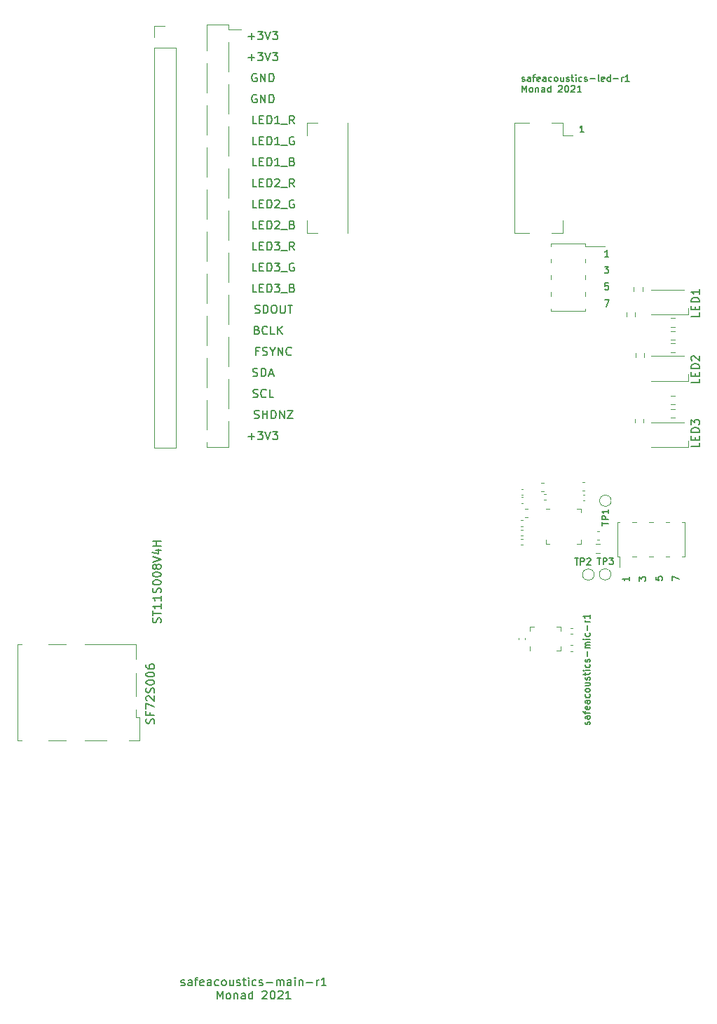
<source format=gbr>
%TF.GenerationSoftware,KiCad,Pcbnew,5.99.0-unknown-r24380-aab3c936*%
%TF.CreationDate,2021-01-25T13:27:42+00:00*%
%TF.ProjectId,safeproject-panel-r1,73616665-7072-46f6-9a65-63742d70616e,rev?*%
%TF.SameCoordinates,Original*%
%TF.FileFunction,Legend,Top*%
%TF.FilePolarity,Positive*%
%FSLAX46Y46*%
G04 Gerber Fmt 4.6, Leading zero omitted, Abs format (unit mm)*
G04 Created by KiCad (PCBNEW 5.99.0-unknown-r24380-aab3c936) date 2021-01-25 13:27:42*
%MOMM*%
%LPD*%
G01*
G04 APERTURE LIST*
%ADD10C,0.150000*%
%ADD11C,0.120000*%
G04 APERTURE END LIST*
D10*
X-621400Y31292619D02*
X-1097590Y31292619D01*
X-1097590Y32292619D01*
X-288066Y31816428D02*
X45266Y31816428D01*
X188123Y31292619D02*
X-288066Y31292619D01*
X-288066Y32292619D01*
X188123Y32292619D01*
X616695Y31292619D02*
X616695Y32292619D01*
X854790Y32292619D01*
X997647Y32245000D01*
X1092885Y32149761D01*
X1140504Y32054523D01*
X1188123Y31864047D01*
X1188123Y31721190D01*
X1140504Y31530714D01*
X1092885Y31435476D01*
X997647Y31340238D01*
X854790Y31292619D01*
X616695Y31292619D01*
X1521457Y32292619D02*
X2140504Y32292619D01*
X1807171Y31911666D01*
X1950028Y31911666D01*
X2045266Y31864047D01*
X2092885Y31816428D01*
X2140504Y31721190D01*
X2140504Y31483095D01*
X2092885Y31387857D01*
X2045266Y31340238D01*
X1950028Y31292619D01*
X1664314Y31292619D01*
X1569076Y31340238D01*
X1521457Y31387857D01*
X2330980Y31197380D02*
X3092885Y31197380D01*
X3902409Y31292619D02*
X3569076Y31768809D01*
X3330980Y31292619D02*
X3330980Y32292619D01*
X3711933Y32292619D01*
X3807171Y32245000D01*
X3854790Y32197380D01*
X3902409Y32102142D01*
X3902409Y31959285D01*
X3854790Y31864047D01*
X3807171Y31816428D01*
X3711933Y31768809D01*
X3330980Y31768809D01*
X-13046638Y-25801428D02*
X-12999019Y-25658571D01*
X-12999019Y-25420476D01*
X-13046638Y-25325238D01*
X-13094257Y-25277619D01*
X-13189495Y-25230000D01*
X-13284733Y-25230000D01*
X-13379971Y-25277619D01*
X-13427590Y-25325238D01*
X-13475209Y-25420476D01*
X-13522828Y-25610952D01*
X-13570447Y-25706190D01*
X-13618066Y-25753809D01*
X-13713304Y-25801428D01*
X-13808542Y-25801428D01*
X-13903780Y-25753809D01*
X-13951400Y-25706190D01*
X-13999019Y-25610952D01*
X-13999019Y-25372857D01*
X-13951400Y-25230000D01*
X-13522828Y-24468095D02*
X-13522828Y-24801428D01*
X-12999019Y-24801428D02*
X-13999019Y-24801428D01*
X-13999019Y-24325238D01*
X-13999019Y-24039523D02*
X-13999019Y-23372857D01*
X-12999019Y-23801428D01*
X-13903780Y-23039523D02*
X-13951400Y-22991904D01*
X-13999019Y-22896666D01*
X-13999019Y-22658571D01*
X-13951400Y-22563333D01*
X-13903780Y-22515714D01*
X-13808542Y-22468095D01*
X-13713304Y-22468095D01*
X-13570447Y-22515714D01*
X-12999019Y-23087142D01*
X-12999019Y-22468095D01*
X-13046638Y-22087142D02*
X-12999019Y-21944285D01*
X-12999019Y-21706190D01*
X-13046638Y-21610952D01*
X-13094257Y-21563333D01*
X-13189495Y-21515714D01*
X-13284733Y-21515714D01*
X-13379971Y-21563333D01*
X-13427590Y-21610952D01*
X-13475209Y-21706190D01*
X-13522828Y-21896666D01*
X-13570447Y-21991904D01*
X-13618066Y-22039523D01*
X-13713304Y-22087142D01*
X-13808542Y-22087142D01*
X-13903780Y-22039523D01*
X-13951400Y-21991904D01*
X-13999019Y-21896666D01*
X-13999019Y-21658571D01*
X-13951400Y-21515714D01*
X-13999019Y-20896666D02*
X-13999019Y-20801428D01*
X-13951400Y-20706190D01*
X-13903780Y-20658571D01*
X-13808542Y-20610952D01*
X-13618066Y-20563333D01*
X-13379971Y-20563333D01*
X-13189495Y-20610952D01*
X-13094257Y-20658571D01*
X-13046638Y-20706190D01*
X-12999019Y-20801428D01*
X-12999019Y-20896666D01*
X-13046638Y-20991904D01*
X-13094257Y-21039523D01*
X-13189495Y-21087142D01*
X-13379971Y-21134761D01*
X-13618066Y-21134761D01*
X-13808542Y-21087142D01*
X-13903780Y-21039523D01*
X-13951400Y-20991904D01*
X-13999019Y-20896666D01*
X-13999019Y-19944285D02*
X-13999019Y-19849047D01*
X-13951400Y-19753809D01*
X-13903780Y-19706190D01*
X-13808542Y-19658571D01*
X-13618066Y-19610952D01*
X-13379971Y-19610952D01*
X-13189495Y-19658571D01*
X-13094257Y-19706190D01*
X-13046638Y-19753809D01*
X-12999019Y-19849047D01*
X-12999019Y-19944285D01*
X-13046638Y-20039523D01*
X-13094257Y-20087142D01*
X-13189495Y-20134761D01*
X-13379971Y-20182380D01*
X-13618066Y-20182380D01*
X-13808542Y-20134761D01*
X-13903780Y-20087142D01*
X-13951400Y-20039523D01*
X-13999019Y-19944285D01*
X-13999019Y-18753809D02*
X-13999019Y-18944285D01*
X-13951400Y-19039523D01*
X-13903780Y-19087142D01*
X-13760923Y-19182380D01*
X-13570447Y-19230000D01*
X-13189495Y-19230000D01*
X-13094257Y-19182380D01*
X-13046638Y-19134761D01*
X-12999019Y-19039523D01*
X-12999019Y-18849047D01*
X-13046638Y-18753809D01*
X-13094257Y-18706190D01*
X-13189495Y-18658571D01*
X-13427590Y-18658571D01*
X-13522828Y-18706190D01*
X-13570447Y-18753809D01*
X-13618066Y-18849047D01*
X-13618066Y-19039523D01*
X-13570447Y-19134761D01*
X-13522828Y-19182380D01*
X-13427590Y-19230000D01*
X-621400Y26212619D02*
X-1097590Y26212619D01*
X-1097590Y27212619D01*
X-288066Y26736428D02*
X45266Y26736428D01*
X188123Y26212619D02*
X-288066Y26212619D01*
X-288066Y27212619D01*
X188123Y27212619D01*
X616695Y26212619D02*
X616695Y27212619D01*
X854790Y27212619D01*
X997647Y27165000D01*
X1092885Y27069761D01*
X1140504Y26974523D01*
X1188123Y26784047D01*
X1188123Y26641190D01*
X1140504Y26450714D01*
X1092885Y26355476D01*
X997647Y26260238D01*
X854790Y26212619D01*
X616695Y26212619D01*
X1521457Y27212619D02*
X2140504Y27212619D01*
X1807171Y26831666D01*
X1950028Y26831666D01*
X2045266Y26784047D01*
X2092885Y26736428D01*
X2140504Y26641190D01*
X2140504Y26403095D01*
X2092885Y26307857D01*
X2045266Y26260238D01*
X1950028Y26212619D01*
X1664314Y26212619D01*
X1569076Y26260238D01*
X1521457Y26307857D01*
X2330980Y26117380D02*
X3092885Y26117380D01*
X3664314Y26736428D02*
X3807171Y26688809D01*
X3854790Y26641190D01*
X3902409Y26545952D01*
X3902409Y26403095D01*
X3854790Y26307857D01*
X3807171Y26260238D01*
X3711933Y26212619D01*
X3330980Y26212619D01*
X3330980Y27212619D01*
X3664314Y27212619D01*
X3759552Y27165000D01*
X3807171Y27117380D01*
X3854790Y27022142D01*
X3854790Y26926904D01*
X3807171Y26831666D01*
X3759552Y26784047D01*
X3664314Y26736428D01*
X3330980Y26736428D01*
X39573809Y-25928571D02*
X39611904Y-25852380D01*
X39611904Y-25700000D01*
X39573809Y-25623809D01*
X39497619Y-25585714D01*
X39459523Y-25585714D01*
X39383333Y-25623809D01*
X39345238Y-25700000D01*
X39345238Y-25814285D01*
X39307142Y-25890476D01*
X39230952Y-25928571D01*
X39192857Y-25928571D01*
X39116666Y-25890476D01*
X39078571Y-25814285D01*
X39078571Y-25700000D01*
X39116666Y-25623809D01*
X39611904Y-24900000D02*
X39192857Y-24900000D01*
X39116666Y-24938095D01*
X39078571Y-25014285D01*
X39078571Y-25166666D01*
X39116666Y-25242857D01*
X39573809Y-24900000D02*
X39611904Y-24976190D01*
X39611904Y-25166666D01*
X39573809Y-25242857D01*
X39497619Y-25280952D01*
X39421428Y-25280952D01*
X39345238Y-25242857D01*
X39307142Y-25166666D01*
X39307142Y-24976190D01*
X39269047Y-24900000D01*
X39078571Y-24633333D02*
X39078571Y-24328571D01*
X39611904Y-24519047D02*
X38926190Y-24519047D01*
X38850000Y-24480952D01*
X38811904Y-24404761D01*
X38811904Y-24328571D01*
X39573809Y-23757142D02*
X39611904Y-23833333D01*
X39611904Y-23985714D01*
X39573809Y-24061904D01*
X39497619Y-24100000D01*
X39192857Y-24100000D01*
X39116666Y-24061904D01*
X39078571Y-23985714D01*
X39078571Y-23833333D01*
X39116666Y-23757142D01*
X39192857Y-23719047D01*
X39269047Y-23719047D01*
X39345238Y-24100000D01*
X39611904Y-23033333D02*
X39192857Y-23033333D01*
X39116666Y-23071428D01*
X39078571Y-23147619D01*
X39078571Y-23300000D01*
X39116666Y-23376190D01*
X39573809Y-23033333D02*
X39611904Y-23109523D01*
X39611904Y-23300000D01*
X39573809Y-23376190D01*
X39497619Y-23414285D01*
X39421428Y-23414285D01*
X39345238Y-23376190D01*
X39307142Y-23300000D01*
X39307142Y-23109523D01*
X39269047Y-23033333D01*
X39573809Y-22309523D02*
X39611904Y-22385714D01*
X39611904Y-22538095D01*
X39573809Y-22614285D01*
X39535714Y-22652380D01*
X39459523Y-22690476D01*
X39230952Y-22690476D01*
X39154761Y-22652380D01*
X39116666Y-22614285D01*
X39078571Y-22538095D01*
X39078571Y-22385714D01*
X39116666Y-22309523D01*
X39611904Y-21852380D02*
X39573809Y-21928571D01*
X39535714Y-21966666D01*
X39459523Y-22004761D01*
X39230952Y-22004761D01*
X39154761Y-21966666D01*
X39116666Y-21928571D01*
X39078571Y-21852380D01*
X39078571Y-21738095D01*
X39116666Y-21661904D01*
X39154761Y-21623809D01*
X39230952Y-21585714D01*
X39459523Y-21585714D01*
X39535714Y-21623809D01*
X39573809Y-21661904D01*
X39611904Y-21738095D01*
X39611904Y-21852380D01*
X39078571Y-20900000D02*
X39611904Y-20900000D01*
X39078571Y-21242857D02*
X39497619Y-21242857D01*
X39573809Y-21204761D01*
X39611904Y-21128571D01*
X39611904Y-21014285D01*
X39573809Y-20938095D01*
X39535714Y-20900000D01*
X39573809Y-20557142D02*
X39611904Y-20480952D01*
X39611904Y-20328571D01*
X39573809Y-20252380D01*
X39497619Y-20214285D01*
X39459523Y-20214285D01*
X39383333Y-20252380D01*
X39345238Y-20328571D01*
X39345238Y-20442857D01*
X39307142Y-20519047D01*
X39230952Y-20557142D01*
X39192857Y-20557142D01*
X39116666Y-20519047D01*
X39078571Y-20442857D01*
X39078571Y-20328571D01*
X39116666Y-20252380D01*
X39078571Y-19985714D02*
X39078571Y-19680952D01*
X38811904Y-19871428D02*
X39497619Y-19871428D01*
X39573809Y-19833333D01*
X39611904Y-19757142D01*
X39611904Y-19680952D01*
X39611904Y-19414285D02*
X39078571Y-19414285D01*
X38811904Y-19414285D02*
X38850000Y-19452380D01*
X38888095Y-19414285D01*
X38850000Y-19376190D01*
X38811904Y-19414285D01*
X38888095Y-19414285D01*
X39573809Y-18690476D02*
X39611904Y-18766666D01*
X39611904Y-18919047D01*
X39573809Y-18995238D01*
X39535714Y-19033333D01*
X39459523Y-19071428D01*
X39230952Y-19071428D01*
X39154761Y-19033333D01*
X39116666Y-18995238D01*
X39078571Y-18919047D01*
X39078571Y-18766666D01*
X39116666Y-18690476D01*
X39573809Y-18385714D02*
X39611904Y-18309523D01*
X39611904Y-18157142D01*
X39573809Y-18080952D01*
X39497619Y-18042857D01*
X39459523Y-18042857D01*
X39383333Y-18080952D01*
X39345238Y-18157142D01*
X39345238Y-18271428D01*
X39307142Y-18347619D01*
X39230952Y-18385714D01*
X39192857Y-18385714D01*
X39116666Y-18347619D01*
X39078571Y-18271428D01*
X39078571Y-18157142D01*
X39116666Y-18080952D01*
X39307142Y-17700000D02*
X39307142Y-17090476D01*
X39611904Y-16709523D02*
X39078571Y-16709523D01*
X39154761Y-16709523D02*
X39116666Y-16671428D01*
X39078571Y-16595238D01*
X39078571Y-16480952D01*
X39116666Y-16404761D01*
X39192857Y-16366666D01*
X39611904Y-16366666D01*
X39192857Y-16366666D02*
X39116666Y-16328571D01*
X39078571Y-16252380D01*
X39078571Y-16138095D01*
X39116666Y-16061904D01*
X39192857Y-16023809D01*
X39611904Y-16023809D01*
X39611904Y-15642857D02*
X39078571Y-15642857D01*
X38811904Y-15642857D02*
X38850000Y-15680952D01*
X38888095Y-15642857D01*
X38850000Y-15604761D01*
X38811904Y-15642857D01*
X38888095Y-15642857D01*
X39573809Y-14919047D02*
X39611904Y-14995238D01*
X39611904Y-15147619D01*
X39573809Y-15223809D01*
X39535714Y-15261904D01*
X39459523Y-15300000D01*
X39230952Y-15300000D01*
X39154761Y-15261904D01*
X39116666Y-15223809D01*
X39078571Y-15147619D01*
X39078571Y-14995238D01*
X39116666Y-14919047D01*
X39307142Y-14576190D02*
X39307142Y-13966666D01*
X39611904Y-13585714D02*
X39078571Y-13585714D01*
X39230952Y-13585714D02*
X39154761Y-13547619D01*
X39116666Y-13509523D01*
X39078571Y-13433333D01*
X39078571Y-13357142D01*
X39611904Y-12671428D02*
X39611904Y-13128571D01*
X39611904Y-12900000D02*
X38811904Y-12900000D01*
X38926190Y-12976190D01*
X39002380Y-13052380D01*
X39040476Y-13128571D01*
X31399880Y51689690D02*
X31476071Y51651595D01*
X31628452Y51651595D01*
X31704642Y51689690D01*
X31742738Y51765880D01*
X31742738Y51803976D01*
X31704642Y51880166D01*
X31628452Y51918261D01*
X31514166Y51918261D01*
X31437976Y51956357D01*
X31399880Y52032547D01*
X31399880Y52070642D01*
X31437976Y52146833D01*
X31514166Y52184928D01*
X31628452Y52184928D01*
X31704642Y52146833D01*
X32428452Y51651595D02*
X32428452Y52070642D01*
X32390357Y52146833D01*
X32314166Y52184928D01*
X32161785Y52184928D01*
X32085595Y52146833D01*
X32428452Y51689690D02*
X32352261Y51651595D01*
X32161785Y51651595D01*
X32085595Y51689690D01*
X32047500Y51765880D01*
X32047500Y51842071D01*
X32085595Y51918261D01*
X32161785Y51956357D01*
X32352261Y51956357D01*
X32428452Y51994452D01*
X32695119Y52184928D02*
X32999880Y52184928D01*
X32809404Y51651595D02*
X32809404Y52337309D01*
X32847500Y52413500D01*
X32923690Y52451595D01*
X32999880Y52451595D01*
X33571309Y51689690D02*
X33495119Y51651595D01*
X33342738Y51651595D01*
X33266547Y51689690D01*
X33228452Y51765880D01*
X33228452Y52070642D01*
X33266547Y52146833D01*
X33342738Y52184928D01*
X33495119Y52184928D01*
X33571309Y52146833D01*
X33609404Y52070642D01*
X33609404Y51994452D01*
X33228452Y51918261D01*
X34295119Y51651595D02*
X34295119Y52070642D01*
X34257023Y52146833D01*
X34180833Y52184928D01*
X34028452Y52184928D01*
X33952261Y52146833D01*
X34295119Y51689690D02*
X34218928Y51651595D01*
X34028452Y51651595D01*
X33952261Y51689690D01*
X33914166Y51765880D01*
X33914166Y51842071D01*
X33952261Y51918261D01*
X34028452Y51956357D01*
X34218928Y51956357D01*
X34295119Y51994452D01*
X35018928Y51689690D02*
X34942738Y51651595D01*
X34790357Y51651595D01*
X34714166Y51689690D01*
X34676071Y51727785D01*
X34637976Y51803976D01*
X34637976Y52032547D01*
X34676071Y52108738D01*
X34714166Y52146833D01*
X34790357Y52184928D01*
X34942738Y52184928D01*
X35018928Y52146833D01*
X35476071Y51651595D02*
X35399880Y51689690D01*
X35361785Y51727785D01*
X35323690Y51803976D01*
X35323690Y52032547D01*
X35361785Y52108738D01*
X35399880Y52146833D01*
X35476071Y52184928D01*
X35590357Y52184928D01*
X35666547Y52146833D01*
X35704642Y52108738D01*
X35742738Y52032547D01*
X35742738Y51803976D01*
X35704642Y51727785D01*
X35666547Y51689690D01*
X35590357Y51651595D01*
X35476071Y51651595D01*
X36428452Y52184928D02*
X36428452Y51651595D01*
X36085595Y52184928D02*
X36085595Y51765880D01*
X36123690Y51689690D01*
X36199880Y51651595D01*
X36314166Y51651595D01*
X36390357Y51689690D01*
X36428452Y51727785D01*
X36771309Y51689690D02*
X36847500Y51651595D01*
X36999880Y51651595D01*
X37076071Y51689690D01*
X37114166Y51765880D01*
X37114166Y51803976D01*
X37076071Y51880166D01*
X36999880Y51918261D01*
X36885595Y51918261D01*
X36809404Y51956357D01*
X36771309Y52032547D01*
X36771309Y52070642D01*
X36809404Y52146833D01*
X36885595Y52184928D01*
X36999880Y52184928D01*
X37076071Y52146833D01*
X37342738Y52184928D02*
X37647500Y52184928D01*
X37457023Y52451595D02*
X37457023Y51765880D01*
X37495119Y51689690D01*
X37571309Y51651595D01*
X37647500Y51651595D01*
X37914166Y51651595D02*
X37914166Y52184928D01*
X37914166Y52451595D02*
X37876071Y52413500D01*
X37914166Y52375404D01*
X37952261Y52413500D01*
X37914166Y52451595D01*
X37914166Y52375404D01*
X38637976Y51689690D02*
X38561785Y51651595D01*
X38409404Y51651595D01*
X38333214Y51689690D01*
X38295119Y51727785D01*
X38257023Y51803976D01*
X38257023Y52032547D01*
X38295119Y52108738D01*
X38333214Y52146833D01*
X38409404Y52184928D01*
X38561785Y52184928D01*
X38637976Y52146833D01*
X38942738Y51689690D02*
X39018928Y51651595D01*
X39171309Y51651595D01*
X39247500Y51689690D01*
X39285595Y51765880D01*
X39285595Y51803976D01*
X39247500Y51880166D01*
X39171309Y51918261D01*
X39057023Y51918261D01*
X38980833Y51956357D01*
X38942738Y52032547D01*
X38942738Y52070642D01*
X38980833Y52146833D01*
X39057023Y52184928D01*
X39171309Y52184928D01*
X39247500Y52146833D01*
X39628452Y51956357D02*
X40237976Y51956357D01*
X40733214Y51651595D02*
X40657023Y51689690D01*
X40618928Y51765880D01*
X40618928Y52451595D01*
X41342738Y51689690D02*
X41266547Y51651595D01*
X41114166Y51651595D01*
X41037976Y51689690D01*
X40999880Y51765880D01*
X40999880Y52070642D01*
X41037976Y52146833D01*
X41114166Y52184928D01*
X41266547Y52184928D01*
X41342738Y52146833D01*
X41380833Y52070642D01*
X41380833Y51994452D01*
X40999880Y51918261D01*
X42066547Y51651595D02*
X42066547Y52451595D01*
X42066547Y51689690D02*
X41990357Y51651595D01*
X41837976Y51651595D01*
X41761785Y51689690D01*
X41723690Y51727785D01*
X41685595Y51803976D01*
X41685595Y52032547D01*
X41723690Y52108738D01*
X41761785Y52146833D01*
X41837976Y52184928D01*
X41990357Y52184928D01*
X42066547Y52146833D01*
X42447500Y51956357D02*
X43057023Y51956357D01*
X43437976Y51651595D02*
X43437976Y52184928D01*
X43437976Y52032547D02*
X43476071Y52108738D01*
X43514166Y52146833D01*
X43590357Y52184928D01*
X43666547Y52184928D01*
X44352261Y51651595D02*
X43895119Y51651595D01*
X44123690Y51651595D02*
X44123690Y52451595D01*
X44047500Y52337309D01*
X43971309Y52261119D01*
X43895119Y52223023D01*
X31437976Y50363595D02*
X31437976Y51163595D01*
X31704642Y50592166D01*
X31971309Y51163595D01*
X31971309Y50363595D01*
X32466547Y50363595D02*
X32390357Y50401690D01*
X32352261Y50439785D01*
X32314166Y50515976D01*
X32314166Y50744547D01*
X32352261Y50820738D01*
X32390357Y50858833D01*
X32466547Y50896928D01*
X32580833Y50896928D01*
X32657023Y50858833D01*
X32695119Y50820738D01*
X32733214Y50744547D01*
X32733214Y50515976D01*
X32695119Y50439785D01*
X32657023Y50401690D01*
X32580833Y50363595D01*
X32466547Y50363595D01*
X33076071Y50896928D02*
X33076071Y50363595D01*
X33076071Y50820738D02*
X33114166Y50858833D01*
X33190357Y50896928D01*
X33304642Y50896928D01*
X33380833Y50858833D01*
X33418928Y50782642D01*
X33418928Y50363595D01*
X34142738Y50363595D02*
X34142738Y50782642D01*
X34104642Y50858833D01*
X34028452Y50896928D01*
X33876071Y50896928D01*
X33799880Y50858833D01*
X34142738Y50401690D02*
X34066547Y50363595D01*
X33876071Y50363595D01*
X33799880Y50401690D01*
X33761785Y50477880D01*
X33761785Y50554071D01*
X33799880Y50630261D01*
X33876071Y50668357D01*
X34066547Y50668357D01*
X34142738Y50706452D01*
X34866547Y50363595D02*
X34866547Y51163595D01*
X34866547Y50401690D02*
X34790357Y50363595D01*
X34637976Y50363595D01*
X34561785Y50401690D01*
X34523690Y50439785D01*
X34485595Y50515976D01*
X34485595Y50744547D01*
X34523690Y50820738D01*
X34561785Y50858833D01*
X34637976Y50896928D01*
X34790357Y50896928D01*
X34866547Y50858833D01*
X35818928Y51087404D02*
X35857023Y51125500D01*
X35933214Y51163595D01*
X36123690Y51163595D01*
X36199880Y51125500D01*
X36237976Y51087404D01*
X36276071Y51011214D01*
X36276071Y50935023D01*
X36237976Y50820738D01*
X35780833Y50363595D01*
X36276071Y50363595D01*
X36771309Y51163595D02*
X36847500Y51163595D01*
X36923690Y51125500D01*
X36961785Y51087404D01*
X36999880Y51011214D01*
X37037976Y50858833D01*
X37037976Y50668357D01*
X36999880Y50515976D01*
X36961785Y50439785D01*
X36923690Y50401690D01*
X36847500Y50363595D01*
X36771309Y50363595D01*
X36695119Y50401690D01*
X36657023Y50439785D01*
X36618928Y50515976D01*
X36580833Y50668357D01*
X36580833Y50858833D01*
X36618928Y51011214D01*
X36657023Y51087404D01*
X36695119Y51125500D01*
X36771309Y51163595D01*
X37342738Y51087404D02*
X37380833Y51125500D01*
X37457023Y51163595D01*
X37647500Y51163595D01*
X37723690Y51125500D01*
X37761785Y51087404D01*
X37799880Y51011214D01*
X37799880Y50935023D01*
X37761785Y50820738D01*
X37304642Y50363595D01*
X37799880Y50363595D01*
X38561785Y50363595D02*
X38104642Y50363595D01*
X38333214Y50363595D02*
X38333214Y51163595D01*
X38257023Y51049309D01*
X38180833Y50973119D01*
X38104642Y50935023D01*
X-589733Y21656428D02*
X-446876Y21608809D01*
X-399257Y21561190D01*
X-351638Y21465952D01*
X-351638Y21323095D01*
X-399257Y21227857D01*
X-446876Y21180238D01*
X-542114Y21132619D01*
X-923066Y21132619D01*
X-923066Y22132619D01*
X-589733Y22132619D01*
X-494495Y22085000D01*
X-446876Y22037380D01*
X-399257Y21942142D01*
X-399257Y21846904D01*
X-446876Y21751666D01*
X-494495Y21704047D01*
X-589733Y21656428D01*
X-923066Y21656428D01*
X648361Y21227857D02*
X600742Y21180238D01*
X457885Y21132619D01*
X362647Y21132619D01*
X219790Y21180238D01*
X124552Y21275476D01*
X76933Y21370714D01*
X29314Y21561190D01*
X29314Y21704047D01*
X76933Y21894523D01*
X124552Y21989761D01*
X219790Y22085000D01*
X362647Y22132619D01*
X457885Y22132619D01*
X600742Y22085000D01*
X648361Y22037380D01*
X1553123Y21132619D02*
X1076933Y21132619D01*
X1076933Y22132619D01*
X1886457Y21132619D02*
X1886457Y22132619D01*
X2457885Y21132619D02*
X2029314Y21704047D01*
X2457885Y22132619D02*
X1886457Y21561190D01*
X-12246638Y-13652380D02*
X-12199019Y-13509523D01*
X-12199019Y-13271428D01*
X-12246638Y-13176190D01*
X-12294257Y-13128571D01*
X-12389495Y-13080952D01*
X-12484733Y-13080952D01*
X-12579971Y-13128571D01*
X-12627590Y-13176190D01*
X-12675209Y-13271428D01*
X-12722828Y-13461904D01*
X-12770447Y-13557142D01*
X-12818066Y-13604761D01*
X-12913304Y-13652380D01*
X-13008542Y-13652380D01*
X-13103780Y-13604761D01*
X-13151400Y-13557142D01*
X-13199019Y-13461904D01*
X-13199019Y-13223809D01*
X-13151400Y-13080952D01*
X-13199019Y-12795238D02*
X-13199019Y-12223809D01*
X-12199019Y-12509523D02*
X-13199019Y-12509523D01*
X-12199019Y-11366666D02*
X-12199019Y-11938095D01*
X-12199019Y-11652380D02*
X-13199019Y-11652380D01*
X-13056161Y-11747619D01*
X-12960923Y-11842857D01*
X-12913304Y-11938095D01*
X-12199019Y-10414285D02*
X-12199019Y-10985714D01*
X-12199019Y-10700000D02*
X-13199019Y-10700000D01*
X-13056161Y-10795238D01*
X-12960923Y-10890476D01*
X-12913304Y-10985714D01*
X-12246638Y-10033333D02*
X-12199019Y-9890476D01*
X-12199019Y-9652380D01*
X-12246638Y-9557142D01*
X-12294257Y-9509523D01*
X-12389495Y-9461904D01*
X-12484733Y-9461904D01*
X-12579971Y-9509523D01*
X-12627590Y-9557142D01*
X-12675209Y-9652380D01*
X-12722828Y-9842857D01*
X-12770447Y-9938095D01*
X-12818066Y-9985714D01*
X-12913304Y-10033333D01*
X-13008542Y-10033333D01*
X-13103780Y-9985714D01*
X-13151400Y-9938095D01*
X-13199019Y-9842857D01*
X-13199019Y-9604761D01*
X-13151400Y-9461904D01*
X-13199019Y-8842857D02*
X-13199019Y-8747619D01*
X-13151400Y-8652380D01*
X-13103780Y-8604761D01*
X-13008542Y-8557142D01*
X-12818066Y-8509523D01*
X-12579971Y-8509523D01*
X-12389495Y-8557142D01*
X-12294257Y-8604761D01*
X-12246638Y-8652380D01*
X-12199019Y-8747619D01*
X-12199019Y-8842857D01*
X-12246638Y-8938095D01*
X-12294257Y-8985714D01*
X-12389495Y-9033333D01*
X-12579971Y-9080952D01*
X-12818066Y-9080952D01*
X-13008542Y-9033333D01*
X-13103780Y-8985714D01*
X-13151400Y-8938095D01*
X-13199019Y-8842857D01*
X-13199019Y-7890476D02*
X-13199019Y-7795238D01*
X-13151400Y-7700000D01*
X-13103780Y-7652380D01*
X-13008542Y-7604761D01*
X-12818066Y-7557142D01*
X-12579971Y-7557142D01*
X-12389495Y-7604761D01*
X-12294257Y-7652380D01*
X-12246638Y-7700000D01*
X-12199019Y-7795238D01*
X-12199019Y-7890476D01*
X-12246638Y-7985714D01*
X-12294257Y-8033333D01*
X-12389495Y-8080952D01*
X-12579971Y-8128571D01*
X-12818066Y-8128571D01*
X-13008542Y-8080952D01*
X-13103780Y-8033333D01*
X-13151400Y-7985714D01*
X-13199019Y-7890476D01*
X-12770447Y-6985714D02*
X-12818066Y-7080952D01*
X-12865685Y-7128571D01*
X-12960923Y-7176190D01*
X-13008542Y-7176190D01*
X-13103780Y-7128571D01*
X-13151400Y-7080952D01*
X-13199019Y-6985714D01*
X-13199019Y-6795238D01*
X-13151400Y-6700000D01*
X-13103780Y-6652380D01*
X-13008542Y-6604761D01*
X-12960923Y-6604761D01*
X-12865685Y-6652380D01*
X-12818066Y-6700000D01*
X-12770447Y-6795238D01*
X-12770447Y-6985714D01*
X-12722828Y-7080952D01*
X-12675209Y-7128571D01*
X-12579971Y-7176190D01*
X-12389495Y-7176190D01*
X-12294257Y-7128571D01*
X-12246638Y-7080952D01*
X-12199019Y-6985714D01*
X-12199019Y-6795238D01*
X-12246638Y-6700000D01*
X-12294257Y-6652380D01*
X-12389495Y-6604761D01*
X-12579971Y-6604761D01*
X-12675209Y-6652380D01*
X-12722828Y-6700000D01*
X-12770447Y-6795238D01*
X-13199019Y-6319047D02*
X-12199019Y-5985714D01*
X-13199019Y-5652380D01*
X-12865685Y-4890476D02*
X-12199019Y-4890476D01*
X-13246638Y-5128571D02*
X-12532352Y-5366666D01*
X-12532352Y-4747619D01*
X-12199019Y-4366666D02*
X-13199019Y-4366666D01*
X-12722828Y-4366666D02*
X-12722828Y-3795238D01*
X-12199019Y-3795238D02*
X-13199019Y-3795238D01*
X-621400Y28752619D02*
X-1097590Y28752619D01*
X-1097590Y29752619D01*
X-288066Y29276428D02*
X45266Y29276428D01*
X188123Y28752619D02*
X-288066Y28752619D01*
X-288066Y29752619D01*
X188123Y29752619D01*
X616695Y28752619D02*
X616695Y29752619D01*
X854790Y29752619D01*
X997647Y29705000D01*
X1092885Y29609761D01*
X1140504Y29514523D01*
X1188123Y29324047D01*
X1188123Y29181190D01*
X1140504Y28990714D01*
X1092885Y28895476D01*
X997647Y28800238D01*
X854790Y28752619D01*
X616695Y28752619D01*
X1521457Y29752619D02*
X2140504Y29752619D01*
X1807171Y29371666D01*
X1950028Y29371666D01*
X2045266Y29324047D01*
X2092885Y29276428D01*
X2140504Y29181190D01*
X2140504Y28943095D01*
X2092885Y28847857D01*
X2045266Y28800238D01*
X1950028Y28752619D01*
X1664314Y28752619D01*
X1569076Y28800238D01*
X1521457Y28847857D01*
X2330980Y28657380D02*
X3092885Y28657380D01*
X3854790Y29705000D02*
X3759552Y29752619D01*
X3616695Y29752619D01*
X3473838Y29705000D01*
X3378599Y29609761D01*
X3330980Y29514523D01*
X3283361Y29324047D01*
X3283361Y29181190D01*
X3330980Y28990714D01*
X3378599Y28895476D01*
X3473838Y28800238D01*
X3616695Y28752619D01*
X3711933Y28752619D01*
X3854790Y28800238D01*
X3902409Y28847857D01*
X3902409Y29181190D01*
X3711933Y29181190D01*
X-621400Y43992619D02*
X-1097590Y43992619D01*
X-1097590Y44992619D01*
X-288066Y44516428D02*
X45266Y44516428D01*
X188123Y43992619D02*
X-288066Y43992619D01*
X-288066Y44992619D01*
X188123Y44992619D01*
X616695Y43992619D02*
X616695Y44992619D01*
X854790Y44992619D01*
X997647Y44945000D01*
X1092885Y44849761D01*
X1140504Y44754523D01*
X1188123Y44564047D01*
X1188123Y44421190D01*
X1140504Y44230714D01*
X1092885Y44135476D01*
X997647Y44040238D01*
X854790Y43992619D01*
X616695Y43992619D01*
X2140504Y43992619D02*
X1569076Y43992619D01*
X1854790Y43992619D02*
X1854790Y44992619D01*
X1759552Y44849761D01*
X1664314Y44754523D01*
X1569076Y44706904D01*
X2330980Y43897380D02*
X3092885Y43897380D01*
X3854790Y44945000D02*
X3759552Y44992619D01*
X3616695Y44992619D01*
X3473838Y44945000D01*
X3378599Y44849761D01*
X3330980Y44754523D01*
X3283361Y44564047D01*
X3283361Y44421190D01*
X3330980Y44230714D01*
X3378599Y44135476D01*
X3473838Y44040238D01*
X3616695Y43992619D01*
X3711933Y43992619D01*
X3854790Y44040238D01*
X3902409Y44087857D01*
X3902409Y44421190D01*
X3711933Y44421190D01*
X-621400Y46532619D02*
X-1097590Y46532619D01*
X-1097590Y47532619D01*
X-288066Y47056428D02*
X45266Y47056428D01*
X188123Y46532619D02*
X-288066Y46532619D01*
X-288066Y47532619D01*
X188123Y47532619D01*
X616695Y46532619D02*
X616695Y47532619D01*
X854790Y47532619D01*
X997647Y47485000D01*
X1092885Y47389761D01*
X1140504Y47294523D01*
X1188123Y47104047D01*
X1188123Y46961190D01*
X1140504Y46770714D01*
X1092885Y46675476D01*
X997647Y46580238D01*
X854790Y46532619D01*
X616695Y46532619D01*
X2140504Y46532619D02*
X1569076Y46532619D01*
X1854790Y46532619D02*
X1854790Y47532619D01*
X1759552Y47389761D01*
X1664314Y47294523D01*
X1569076Y47246904D01*
X2330980Y46437380D02*
X3092885Y46437380D01*
X3902409Y46532619D02*
X3569076Y47008809D01*
X3330980Y46532619D02*
X3330980Y47532619D01*
X3711933Y47532619D01*
X3807171Y47485000D01*
X3854790Y47437380D01*
X3902409Y47342142D01*
X3902409Y47199285D01*
X3854790Y47104047D01*
X3807171Y47056428D01*
X3711933Y47008809D01*
X3330980Y47008809D01*
X44361904Y-8121428D02*
X44361904Y-8578571D01*
X44361904Y-8350000D02*
X43561904Y-8350000D01*
X43676190Y-8426190D01*
X43752380Y-8502380D01*
X43790476Y-8578571D01*
X-653304Y50025000D02*
X-748542Y50072619D01*
X-891400Y50072619D01*
X-1034257Y50025000D01*
X-1129495Y49929761D01*
X-1177114Y49834523D01*
X-1224733Y49644047D01*
X-1224733Y49501190D01*
X-1177114Y49310714D01*
X-1129495Y49215476D01*
X-1034257Y49120238D01*
X-891400Y49072619D01*
X-796161Y49072619D01*
X-653304Y49120238D01*
X-605685Y49167857D01*
X-605685Y49501190D01*
X-796161Y49501190D01*
X-177114Y49072619D02*
X-177114Y50072619D01*
X394314Y49072619D01*
X394314Y50072619D01*
X870504Y49072619D02*
X870504Y50072619D01*
X1108600Y50072619D01*
X1251457Y50025000D01*
X1346695Y49929761D01*
X1394314Y49834523D01*
X1441933Y49644047D01*
X1441933Y49501190D01*
X1394314Y49310714D01*
X1346695Y49215476D01*
X1251457Y49120238D01*
X1108600Y49072619D01*
X870504Y49072619D01*
X41383333Y29307595D02*
X41878571Y29307595D01*
X41611904Y29002833D01*
X41726190Y29002833D01*
X41802380Y28964738D01*
X41840476Y28926642D01*
X41878571Y28850452D01*
X41878571Y28659976D01*
X41840476Y28583785D01*
X41802380Y28545690D01*
X41726190Y28507595D01*
X41497619Y28507595D01*
X41421428Y28545690D01*
X41383333Y28583785D01*
X41383333Y25307595D02*
X41916666Y25307595D01*
X41573809Y24507595D01*
X-621400Y41452619D02*
X-1097590Y41452619D01*
X-1097590Y42452619D01*
X-288066Y41976428D02*
X45266Y41976428D01*
X188123Y41452619D02*
X-288066Y41452619D01*
X-288066Y42452619D01*
X188123Y42452619D01*
X616695Y41452619D02*
X616695Y42452619D01*
X854790Y42452619D01*
X997647Y42405000D01*
X1092885Y42309761D01*
X1140504Y42214523D01*
X1188123Y42024047D01*
X1188123Y41881190D01*
X1140504Y41690714D01*
X1092885Y41595476D01*
X997647Y41500238D01*
X854790Y41452619D01*
X616695Y41452619D01*
X2140504Y41452619D02*
X1569076Y41452619D01*
X1854790Y41452619D02*
X1854790Y42452619D01*
X1759552Y42309761D01*
X1664314Y42214523D01*
X1569076Y42166904D01*
X2330980Y41357380D02*
X3092885Y41357380D01*
X3664314Y41976428D02*
X3807171Y41928809D01*
X3854790Y41881190D01*
X3902409Y41785952D01*
X3902409Y41643095D01*
X3854790Y41547857D01*
X3807171Y41500238D01*
X3711933Y41452619D01*
X3330980Y41452619D01*
X3330980Y42452619D01*
X3664314Y42452619D01*
X3759552Y42405000D01*
X3807171Y42357380D01*
X3854790Y42262142D01*
X3854790Y42166904D01*
X3807171Y42071666D01*
X3759552Y42024047D01*
X3664314Y41976428D01*
X3330980Y41976428D01*
X41840476Y27307595D02*
X41459523Y27307595D01*
X41421428Y26926642D01*
X41459523Y26964738D01*
X41535714Y27002833D01*
X41726190Y27002833D01*
X41802380Y26964738D01*
X41840476Y26926642D01*
X41878571Y26850452D01*
X41878571Y26659976D01*
X41840476Y26583785D01*
X41802380Y26545690D01*
X41726190Y26507595D01*
X41535714Y26507595D01*
X41459523Y26545690D01*
X41421428Y26583785D01*
X-9763304Y-57389761D02*
X-9668066Y-57437380D01*
X-9477590Y-57437380D01*
X-9382352Y-57389761D01*
X-9334733Y-57294523D01*
X-9334733Y-57246904D01*
X-9382352Y-57151666D01*
X-9477590Y-57104047D01*
X-9620447Y-57104047D01*
X-9715685Y-57056428D01*
X-9763304Y-56961190D01*
X-9763304Y-56913571D01*
X-9715685Y-56818333D01*
X-9620447Y-56770714D01*
X-9477590Y-56770714D01*
X-9382352Y-56818333D01*
X-8477590Y-57437380D02*
X-8477590Y-56913571D01*
X-8525209Y-56818333D01*
X-8620447Y-56770714D01*
X-8810923Y-56770714D01*
X-8906161Y-56818333D01*
X-8477590Y-57389761D02*
X-8572828Y-57437380D01*
X-8810923Y-57437380D01*
X-8906161Y-57389761D01*
X-8953780Y-57294523D01*
X-8953780Y-57199285D01*
X-8906161Y-57104047D01*
X-8810923Y-57056428D01*
X-8572828Y-57056428D01*
X-8477590Y-57008809D01*
X-8144257Y-56770714D02*
X-7763304Y-56770714D01*
X-8001400Y-57437380D02*
X-8001400Y-56580238D01*
X-7953780Y-56485000D01*
X-7858542Y-56437380D01*
X-7763304Y-56437380D01*
X-7049019Y-57389761D02*
X-7144257Y-57437380D01*
X-7334733Y-57437380D01*
X-7429971Y-57389761D01*
X-7477590Y-57294523D01*
X-7477590Y-56913571D01*
X-7429971Y-56818333D01*
X-7334733Y-56770714D01*
X-7144257Y-56770714D01*
X-7049019Y-56818333D01*
X-7001400Y-56913571D01*
X-7001400Y-57008809D01*
X-7477590Y-57104047D01*
X-6144257Y-57437380D02*
X-6144257Y-56913571D01*
X-6191876Y-56818333D01*
X-6287114Y-56770714D01*
X-6477590Y-56770714D01*
X-6572828Y-56818333D01*
X-6144257Y-57389761D02*
X-6239495Y-57437380D01*
X-6477590Y-57437380D01*
X-6572828Y-57389761D01*
X-6620447Y-57294523D01*
X-6620447Y-57199285D01*
X-6572828Y-57104047D01*
X-6477590Y-57056428D01*
X-6239495Y-57056428D01*
X-6144257Y-57008809D01*
X-5239495Y-57389761D02*
X-5334733Y-57437380D01*
X-5525209Y-57437380D01*
X-5620447Y-57389761D01*
X-5668066Y-57342142D01*
X-5715685Y-57246904D01*
X-5715685Y-56961190D01*
X-5668066Y-56865952D01*
X-5620447Y-56818333D01*
X-5525209Y-56770714D01*
X-5334733Y-56770714D01*
X-5239495Y-56818333D01*
X-4668066Y-57437380D02*
X-4763304Y-57389761D01*
X-4810923Y-57342142D01*
X-4858542Y-57246904D01*
X-4858542Y-56961190D01*
X-4810923Y-56865952D01*
X-4763304Y-56818333D01*
X-4668066Y-56770714D01*
X-4525209Y-56770714D01*
X-4429971Y-56818333D01*
X-4382352Y-56865952D01*
X-4334733Y-56961190D01*
X-4334733Y-57246904D01*
X-4382352Y-57342142D01*
X-4429971Y-57389761D01*
X-4525209Y-57437380D01*
X-4668066Y-57437380D01*
X-3477590Y-56770714D02*
X-3477590Y-57437380D01*
X-3906161Y-56770714D02*
X-3906161Y-57294523D01*
X-3858542Y-57389761D01*
X-3763304Y-57437380D01*
X-3620447Y-57437380D01*
X-3525209Y-57389761D01*
X-3477590Y-57342142D01*
X-3049019Y-57389761D02*
X-2953780Y-57437380D01*
X-2763304Y-57437380D01*
X-2668066Y-57389761D01*
X-2620447Y-57294523D01*
X-2620447Y-57246904D01*
X-2668066Y-57151666D01*
X-2763304Y-57104047D01*
X-2906161Y-57104047D01*
X-3001400Y-57056428D01*
X-3049019Y-56961190D01*
X-3049019Y-56913571D01*
X-3001400Y-56818333D01*
X-2906161Y-56770714D01*
X-2763304Y-56770714D01*
X-2668066Y-56818333D01*
X-2334733Y-56770714D02*
X-1953780Y-56770714D01*
X-2191876Y-56437380D02*
X-2191876Y-57294523D01*
X-2144257Y-57389761D01*
X-2049019Y-57437380D01*
X-1953780Y-57437380D01*
X-1620447Y-57437380D02*
X-1620447Y-56770714D01*
X-1620447Y-56437380D02*
X-1668066Y-56485000D01*
X-1620447Y-56532619D01*
X-1572828Y-56485000D01*
X-1620447Y-56437380D01*
X-1620447Y-56532619D01*
X-715685Y-57389761D02*
X-810923Y-57437380D01*
X-1001400Y-57437380D01*
X-1096638Y-57389761D01*
X-1144257Y-57342142D01*
X-1191876Y-57246904D01*
X-1191876Y-56961190D01*
X-1144257Y-56865952D01*
X-1096638Y-56818333D01*
X-1001400Y-56770714D01*
X-810923Y-56770714D01*
X-715685Y-56818333D01*
X-334733Y-57389761D02*
X-239495Y-57437380D01*
X-49019Y-57437380D01*
X46219Y-57389761D01*
X93838Y-57294523D01*
X93838Y-57246904D01*
X46219Y-57151666D01*
X-49019Y-57104047D01*
X-191876Y-57104047D01*
X-287114Y-57056428D01*
X-334733Y-56961190D01*
X-334733Y-56913571D01*
X-287114Y-56818333D01*
X-191876Y-56770714D01*
X-49019Y-56770714D01*
X46219Y-56818333D01*
X522409Y-57056428D02*
X1284314Y-57056428D01*
X1760504Y-57437380D02*
X1760504Y-56770714D01*
X1760504Y-56865952D02*
X1808123Y-56818333D01*
X1903361Y-56770714D01*
X2046219Y-56770714D01*
X2141457Y-56818333D01*
X2189076Y-56913571D01*
X2189076Y-57437380D01*
X2189076Y-56913571D02*
X2236695Y-56818333D01*
X2331933Y-56770714D01*
X2474790Y-56770714D01*
X2570028Y-56818333D01*
X2617647Y-56913571D01*
X2617647Y-57437380D01*
X3522409Y-57437380D02*
X3522409Y-56913571D01*
X3474790Y-56818333D01*
X3379552Y-56770714D01*
X3189076Y-56770714D01*
X3093838Y-56818333D01*
X3522409Y-57389761D02*
X3427171Y-57437380D01*
X3189076Y-57437380D01*
X3093838Y-57389761D01*
X3046219Y-57294523D01*
X3046219Y-57199285D01*
X3093838Y-57104047D01*
X3189076Y-57056428D01*
X3427171Y-57056428D01*
X3522409Y-57008809D01*
X3998599Y-57437380D02*
X3998599Y-56770714D01*
X3998599Y-56437380D02*
X3950980Y-56485000D01*
X3998599Y-56532619D01*
X4046219Y-56485000D01*
X3998599Y-56437380D01*
X3998599Y-56532619D01*
X4474790Y-56770714D02*
X4474790Y-57437380D01*
X4474790Y-56865952D02*
X4522409Y-56818333D01*
X4617647Y-56770714D01*
X4760504Y-56770714D01*
X4855742Y-56818333D01*
X4903361Y-56913571D01*
X4903361Y-57437380D01*
X5379552Y-57056428D02*
X6141457Y-57056428D01*
X6617647Y-57437380D02*
X6617647Y-56770714D01*
X6617647Y-56961190D02*
X6665266Y-56865952D01*
X6712885Y-56818333D01*
X6808123Y-56770714D01*
X6903361Y-56770714D01*
X7760504Y-57437380D02*
X7189076Y-57437380D01*
X7474790Y-57437380D02*
X7474790Y-56437380D01*
X7379552Y-56580238D01*
X7284314Y-56675476D01*
X7189076Y-56723095D01*
X-5429971Y-59047380D02*
X-5429971Y-58047380D01*
X-5096638Y-58761666D01*
X-4763304Y-58047380D01*
X-4763304Y-59047380D01*
X-4144257Y-59047380D02*
X-4239495Y-58999761D01*
X-4287114Y-58952142D01*
X-4334733Y-58856904D01*
X-4334733Y-58571190D01*
X-4287114Y-58475952D01*
X-4239495Y-58428333D01*
X-4144257Y-58380714D01*
X-4001399Y-58380714D01*
X-3906161Y-58428333D01*
X-3858542Y-58475952D01*
X-3810923Y-58571190D01*
X-3810923Y-58856904D01*
X-3858542Y-58952142D01*
X-3906161Y-58999761D01*
X-4001399Y-59047380D01*
X-4144257Y-59047380D01*
X-3382352Y-58380714D02*
X-3382352Y-59047380D01*
X-3382352Y-58475952D02*
X-3334733Y-58428333D01*
X-3239495Y-58380714D01*
X-3096638Y-58380714D01*
X-3001399Y-58428333D01*
X-2953780Y-58523571D01*
X-2953780Y-59047380D01*
X-2049019Y-59047380D02*
X-2049019Y-58523571D01*
X-2096638Y-58428333D01*
X-2191876Y-58380714D01*
X-2382352Y-58380714D01*
X-2477590Y-58428333D01*
X-2049019Y-58999761D02*
X-2144257Y-59047380D01*
X-2382352Y-59047380D01*
X-2477590Y-58999761D01*
X-2525209Y-58904523D01*
X-2525209Y-58809285D01*
X-2477590Y-58714047D01*
X-2382352Y-58666428D01*
X-2144257Y-58666428D01*
X-2049019Y-58618809D01*
X-1144257Y-59047380D02*
X-1144257Y-58047380D01*
X-1144257Y-58999761D02*
X-1239495Y-59047380D01*
X-1429971Y-59047380D01*
X-1525209Y-58999761D01*
X-1572828Y-58952142D01*
X-1620447Y-58856904D01*
X-1620447Y-58571190D01*
X-1572828Y-58475952D01*
X-1525209Y-58428333D01*
X-1429971Y-58380714D01*
X-1239495Y-58380714D01*
X-1144257Y-58428333D01*
X46219Y-58142619D02*
X93838Y-58095000D01*
X189076Y-58047380D01*
X427171Y-58047380D01*
X522409Y-58095000D01*
X570028Y-58142619D01*
X617647Y-58237857D01*
X617647Y-58333095D01*
X570028Y-58475952D01*
X-1400Y-59047380D01*
X617647Y-59047380D01*
X1236695Y-58047380D02*
X1331933Y-58047380D01*
X1427171Y-58095000D01*
X1474790Y-58142619D01*
X1522409Y-58237857D01*
X1570028Y-58428333D01*
X1570028Y-58666428D01*
X1522409Y-58856904D01*
X1474790Y-58952142D01*
X1427171Y-58999761D01*
X1331933Y-59047380D01*
X1236695Y-59047380D01*
X1141457Y-58999761D01*
X1093838Y-58952142D01*
X1046219Y-58856904D01*
X998600Y-58666428D01*
X998600Y-58428333D01*
X1046219Y-58237857D01*
X1093838Y-58142619D01*
X1141457Y-58095000D01*
X1236695Y-58047380D01*
X1950980Y-58142619D02*
X1998600Y-58095000D01*
X2093838Y-58047380D01*
X2331933Y-58047380D01*
X2427171Y-58095000D01*
X2474790Y-58142619D01*
X2522409Y-58237857D01*
X2522409Y-58333095D01*
X2474790Y-58475952D01*
X1903361Y-59047380D01*
X2522409Y-59047380D01*
X3474790Y-59047380D02*
X2903361Y-59047380D01*
X3189076Y-59047380D02*
X3189076Y-58047380D01*
X3093838Y-58190238D01*
X2998600Y-58285476D01*
X2903361Y-58333095D01*
X49561904Y-8566666D02*
X49561904Y-8033333D01*
X50361904Y-8376190D01*
X47561904Y-8109523D02*
X47561904Y-8490476D01*
X47942857Y-8528571D01*
X47904761Y-8490476D01*
X47866666Y-8414285D01*
X47866666Y-8223809D01*
X47904761Y-8147619D01*
X47942857Y-8109523D01*
X48019047Y-8071428D01*
X48209523Y-8071428D01*
X48285714Y-8109523D01*
X48323809Y-8147619D01*
X48361904Y-8223809D01*
X48361904Y-8414285D01*
X48323809Y-8490476D01*
X48285714Y-8528571D01*
X45561904Y-8616666D02*
X45561904Y-8121428D01*
X45866666Y-8388095D01*
X45866666Y-8273809D01*
X45904761Y-8197619D01*
X45942857Y-8159523D01*
X46019047Y-8121428D01*
X46209523Y-8121428D01*
X46285714Y-8159523D01*
X46323809Y-8197619D01*
X46361904Y-8273809D01*
X46361904Y-8502380D01*
X46323809Y-8578571D01*
X46285714Y-8616666D01*
X-621400Y33832619D02*
X-1097590Y33832619D01*
X-1097590Y34832619D01*
X-288066Y34356428D02*
X45266Y34356428D01*
X188123Y33832619D02*
X-288066Y33832619D01*
X-288066Y34832619D01*
X188123Y34832619D01*
X616695Y33832619D02*
X616695Y34832619D01*
X854790Y34832619D01*
X997647Y34785000D01*
X1092885Y34689761D01*
X1140504Y34594523D01*
X1188123Y34404047D01*
X1188123Y34261190D01*
X1140504Y34070714D01*
X1092885Y33975476D01*
X997647Y33880238D01*
X854790Y33832619D01*
X616695Y33832619D01*
X1569076Y34737380D02*
X1616695Y34785000D01*
X1711933Y34832619D01*
X1950028Y34832619D01*
X2045266Y34785000D01*
X2092885Y34737380D01*
X2140504Y34642142D01*
X2140504Y34546904D01*
X2092885Y34404047D01*
X1521457Y33832619D01*
X2140504Y33832619D01*
X2330980Y33737380D02*
X3092885Y33737380D01*
X3664314Y34356428D02*
X3807171Y34308809D01*
X3854790Y34261190D01*
X3902409Y34165952D01*
X3902409Y34023095D01*
X3854790Y33927857D01*
X3807171Y33880238D01*
X3711933Y33832619D01*
X3330980Y33832619D01*
X3330980Y34832619D01*
X3664314Y34832619D01*
X3759552Y34785000D01*
X3807171Y34737380D01*
X3854790Y34642142D01*
X3854790Y34546904D01*
X3807171Y34451666D01*
X3759552Y34404047D01*
X3664314Y34356428D01*
X3330980Y34356428D01*
X-1653304Y54533571D02*
X-891400Y54533571D01*
X-1272352Y54152619D02*
X-1272352Y54914523D01*
X-510447Y55152619D02*
X108600Y55152619D01*
X-224733Y54771666D01*
X-81876Y54771666D01*
X13361Y54724047D01*
X60980Y54676428D01*
X108600Y54581190D01*
X108600Y54343095D01*
X60980Y54247857D01*
X13361Y54200238D01*
X-81876Y54152619D01*
X-367590Y54152619D01*
X-462828Y54200238D01*
X-510447Y54247857D01*
X394314Y55152619D02*
X727647Y54152619D01*
X1060980Y55152619D01*
X1299076Y55152619D02*
X1918123Y55152619D01*
X1584790Y54771666D01*
X1727647Y54771666D01*
X1822885Y54724047D01*
X1870504Y54676428D01*
X1918123Y54581190D01*
X1918123Y54343095D01*
X1870504Y54247857D01*
X1822885Y54200238D01*
X1727647Y54152619D01*
X1441933Y54152619D01*
X1346695Y54200238D01*
X1299076Y54247857D01*
X-407114Y19116428D02*
X-740447Y19116428D01*
X-740447Y18592619D02*
X-740447Y19592619D01*
X-264257Y19592619D01*
X69076Y18640238D02*
X211933Y18592619D01*
X450028Y18592619D01*
X545266Y18640238D01*
X592885Y18687857D01*
X640504Y18783095D01*
X640504Y18878333D01*
X592885Y18973571D01*
X545266Y19021190D01*
X450028Y19068809D01*
X259552Y19116428D01*
X164314Y19164047D01*
X116695Y19211666D01*
X69076Y19306904D01*
X69076Y19402142D01*
X116695Y19497380D01*
X164314Y19545000D01*
X259552Y19592619D01*
X497647Y19592619D01*
X640504Y19545000D01*
X1259552Y19068809D02*
X1259552Y18592619D01*
X926219Y19592619D02*
X1259552Y19068809D01*
X1592885Y19592619D01*
X1926219Y18592619D02*
X1926219Y19592619D01*
X2497647Y18592619D01*
X2497647Y19592619D01*
X3545266Y18687857D02*
X3497647Y18640238D01*
X3354790Y18592619D01*
X3259552Y18592619D01*
X3116695Y18640238D01*
X3021457Y18735476D01*
X2973838Y18830714D01*
X2926219Y19021190D01*
X2926219Y19164047D01*
X2973838Y19354523D01*
X3021457Y19449761D01*
X3116695Y19545000D01*
X3259552Y19592619D01*
X3354790Y19592619D01*
X3497647Y19545000D01*
X3545266Y19497380D01*
X-835685Y23720238D02*
X-692828Y23672619D01*
X-454733Y23672619D01*
X-359495Y23720238D01*
X-311876Y23767857D01*
X-264257Y23863095D01*
X-264257Y23958333D01*
X-311876Y24053571D01*
X-359495Y24101190D01*
X-454733Y24148809D01*
X-645209Y24196428D01*
X-740447Y24244047D01*
X-788066Y24291666D01*
X-835685Y24386904D01*
X-835685Y24482142D01*
X-788066Y24577380D01*
X-740447Y24625000D01*
X-645209Y24672619D01*
X-407114Y24672619D01*
X-264257Y24625000D01*
X164314Y23672619D02*
X164314Y24672619D01*
X402409Y24672619D01*
X545266Y24625000D01*
X640504Y24529761D01*
X688123Y24434523D01*
X735742Y24244047D01*
X735742Y24101190D01*
X688123Y23910714D01*
X640504Y23815476D01*
X545266Y23720238D01*
X402409Y23672619D01*
X164314Y23672619D01*
X1354790Y24672619D02*
X1545266Y24672619D01*
X1640504Y24625000D01*
X1735742Y24529761D01*
X1783361Y24339285D01*
X1783361Y24005952D01*
X1735742Y23815476D01*
X1640504Y23720238D01*
X1545266Y23672619D01*
X1354790Y23672619D01*
X1259552Y23720238D01*
X1164314Y23815476D01*
X1116695Y24005952D01*
X1116695Y24339285D01*
X1164314Y24529761D01*
X1259552Y24625000D01*
X1354790Y24672619D01*
X2211933Y24672619D02*
X2211933Y23863095D01*
X2259552Y23767857D01*
X2307171Y23720238D01*
X2402409Y23672619D01*
X2592885Y23672619D01*
X2688123Y23720238D01*
X2735742Y23767857D01*
X2783361Y23863095D01*
X2783361Y24672619D01*
X3116695Y24672619D02*
X3688123Y24672619D01*
X3402409Y23672619D02*
X3402409Y24672619D01*
X-621400Y36372619D02*
X-1097590Y36372619D01*
X-1097590Y37372619D01*
X-288066Y36896428D02*
X45266Y36896428D01*
X188123Y36372619D02*
X-288066Y36372619D01*
X-288066Y37372619D01*
X188123Y37372619D01*
X616695Y36372619D02*
X616695Y37372619D01*
X854790Y37372619D01*
X997647Y37325000D01*
X1092885Y37229761D01*
X1140504Y37134523D01*
X1188123Y36944047D01*
X1188123Y36801190D01*
X1140504Y36610714D01*
X1092885Y36515476D01*
X997647Y36420238D01*
X854790Y36372619D01*
X616695Y36372619D01*
X1569076Y37277380D02*
X1616695Y37325000D01*
X1711933Y37372619D01*
X1950028Y37372619D01*
X2045266Y37325000D01*
X2092885Y37277380D01*
X2140504Y37182142D01*
X2140504Y37086904D01*
X2092885Y36944047D01*
X1521457Y36372619D01*
X2140504Y36372619D01*
X2330980Y36277380D02*
X3092885Y36277380D01*
X3854790Y37325000D02*
X3759552Y37372619D01*
X3616695Y37372619D01*
X3473838Y37325000D01*
X3378599Y37229761D01*
X3330980Y37134523D01*
X3283361Y36944047D01*
X3283361Y36801190D01*
X3330980Y36610714D01*
X3378599Y36515476D01*
X3473838Y36420238D01*
X3616695Y36372619D01*
X3711933Y36372619D01*
X3854790Y36420238D01*
X3902409Y36467857D01*
X3902409Y36801190D01*
X3711933Y36801190D01*
X-1105685Y16100238D02*
X-962828Y16052619D01*
X-724733Y16052619D01*
X-629495Y16100238D01*
X-581876Y16147857D01*
X-534257Y16243095D01*
X-534257Y16338333D01*
X-581876Y16433571D01*
X-629495Y16481190D01*
X-724733Y16528809D01*
X-915209Y16576428D01*
X-1010447Y16624047D01*
X-1058066Y16671666D01*
X-1105685Y16766904D01*
X-1105685Y16862142D01*
X-1058066Y16957380D01*
X-1010447Y17005000D01*
X-915209Y17052619D01*
X-677114Y17052619D01*
X-534257Y17005000D01*
X-105685Y16052619D02*
X-105685Y17052619D01*
X132409Y17052619D01*
X275266Y17005000D01*
X370504Y16909761D01*
X418123Y16814523D01*
X465742Y16624047D01*
X465742Y16481190D01*
X418123Y16290714D01*
X370504Y16195476D01*
X275266Y16100238D01*
X132409Y16052619D01*
X-105685Y16052619D01*
X846695Y16338333D02*
X1322885Y16338333D01*
X751457Y16052619D02*
X1084790Y17052619D01*
X1418123Y16052619D01*
X-1081876Y13560238D02*
X-939019Y13512619D01*
X-700923Y13512619D01*
X-605685Y13560238D01*
X-558066Y13607857D01*
X-510447Y13703095D01*
X-510447Y13798333D01*
X-558066Y13893571D01*
X-605685Y13941190D01*
X-700923Y13988809D01*
X-891399Y14036428D01*
X-986638Y14084047D01*
X-1034257Y14131666D01*
X-1081876Y14226904D01*
X-1081876Y14322142D01*
X-1034257Y14417380D01*
X-986638Y14465000D01*
X-891399Y14512619D01*
X-653304Y14512619D01*
X-510447Y14465000D01*
X489552Y13607857D02*
X441933Y13560238D01*
X299076Y13512619D01*
X203838Y13512619D01*
X60980Y13560238D01*
X-34257Y13655476D01*
X-81876Y13750714D01*
X-129495Y13941190D01*
X-129495Y14084047D01*
X-81876Y14274523D01*
X-34257Y14369761D01*
X60980Y14465000D01*
X203838Y14512619D01*
X299076Y14512619D01*
X441933Y14465000D01*
X489552Y14417380D01*
X1394314Y13512619D02*
X918123Y13512619D01*
X918123Y14512619D01*
X-1653304Y8813571D02*
X-891400Y8813571D01*
X-1272352Y8432619D02*
X-1272352Y9194523D01*
X-510447Y9432619D02*
X108600Y9432619D01*
X-224733Y9051666D01*
X-81876Y9051666D01*
X13361Y9004047D01*
X60980Y8956428D01*
X108600Y8861190D01*
X108600Y8623095D01*
X60980Y8527857D01*
X13361Y8480238D01*
X-81876Y8432619D01*
X-367590Y8432619D01*
X-462828Y8480238D01*
X-510447Y8527857D01*
X394314Y9432619D02*
X727647Y8432619D01*
X1060980Y9432619D01*
X1299076Y9432619D02*
X1918123Y9432619D01*
X1584790Y9051666D01*
X1727647Y9051666D01*
X1822885Y9004047D01*
X1870504Y8956428D01*
X1918123Y8861190D01*
X1918123Y8623095D01*
X1870504Y8527857D01*
X1822885Y8480238D01*
X1727647Y8432619D01*
X1441933Y8432619D01*
X1346695Y8480238D01*
X1299076Y8527857D01*
X38878571Y45507595D02*
X38421428Y45507595D01*
X38650000Y45507595D02*
X38650000Y46307595D01*
X38573809Y46193309D01*
X38497619Y46117119D01*
X38421428Y46079023D01*
X-621400Y38912619D02*
X-1097590Y38912619D01*
X-1097590Y39912619D01*
X-288066Y39436428D02*
X45266Y39436428D01*
X188123Y38912619D02*
X-288066Y38912619D01*
X-288066Y39912619D01*
X188123Y39912619D01*
X616695Y38912619D02*
X616695Y39912619D01*
X854790Y39912619D01*
X997647Y39865000D01*
X1092885Y39769761D01*
X1140504Y39674523D01*
X1188123Y39484047D01*
X1188123Y39341190D01*
X1140504Y39150714D01*
X1092885Y39055476D01*
X997647Y38960238D01*
X854790Y38912619D01*
X616695Y38912619D01*
X1569076Y39817380D02*
X1616695Y39865000D01*
X1711933Y39912619D01*
X1950028Y39912619D01*
X2045266Y39865000D01*
X2092885Y39817380D01*
X2140504Y39722142D01*
X2140504Y39626904D01*
X2092885Y39484047D01*
X1521457Y38912619D01*
X2140504Y38912619D01*
X2330980Y38817380D02*
X3092885Y38817380D01*
X3902409Y38912619D02*
X3569076Y39388809D01*
X3330980Y38912619D02*
X3330980Y39912619D01*
X3711933Y39912619D01*
X3807171Y39865000D01*
X3854790Y39817380D01*
X3902409Y39722142D01*
X3902409Y39579285D01*
X3854790Y39484047D01*
X3807171Y39436428D01*
X3711933Y39388809D01*
X3330980Y39388809D01*
X-653304Y52565000D02*
X-748542Y52612619D01*
X-891400Y52612619D01*
X-1034257Y52565000D01*
X-1129495Y52469761D01*
X-1177114Y52374523D01*
X-1224733Y52184047D01*
X-1224733Y52041190D01*
X-1177114Y51850714D01*
X-1129495Y51755476D01*
X-1034257Y51660238D01*
X-891400Y51612619D01*
X-796161Y51612619D01*
X-653304Y51660238D01*
X-605685Y51707857D01*
X-605685Y52041190D01*
X-796161Y52041190D01*
X-177114Y51612619D02*
X-177114Y52612619D01*
X394314Y51612619D01*
X394314Y52612619D01*
X870504Y51612619D02*
X870504Y52612619D01*
X1108600Y52612619D01*
X1251457Y52565000D01*
X1346695Y52469761D01*
X1394314Y52374523D01*
X1441933Y52184047D01*
X1441933Y52041190D01*
X1394314Y51850714D01*
X1346695Y51755476D01*
X1251457Y51660238D01*
X1108600Y51612619D01*
X870504Y51612619D01*
X-1653304Y57073571D02*
X-891400Y57073571D01*
X-1272352Y56692619D02*
X-1272352Y57454523D01*
X-510447Y57692619D02*
X108600Y57692619D01*
X-224733Y57311666D01*
X-81876Y57311666D01*
X13361Y57264047D01*
X60980Y57216428D01*
X108600Y57121190D01*
X108600Y56883095D01*
X60980Y56787857D01*
X13361Y56740238D01*
X-81876Y56692619D01*
X-367590Y56692619D01*
X-462828Y56740238D01*
X-510447Y56787857D01*
X394314Y57692619D02*
X727647Y56692619D01*
X1060980Y57692619D01*
X1299076Y57692619D02*
X1918123Y57692619D01*
X1584790Y57311666D01*
X1727647Y57311666D01*
X1822885Y57264047D01*
X1870504Y57216428D01*
X1918123Y57121190D01*
X1918123Y56883095D01*
X1870504Y56787857D01*
X1822885Y56740238D01*
X1727647Y56692619D01*
X1441933Y56692619D01*
X1346695Y56740238D01*
X1299076Y56787857D01*
X-930923Y11020238D02*
X-788066Y10972619D01*
X-549971Y10972619D01*
X-454733Y11020238D01*
X-407114Y11067857D01*
X-359495Y11163095D01*
X-359495Y11258333D01*
X-407114Y11353571D01*
X-454733Y11401190D01*
X-549971Y11448809D01*
X-740447Y11496428D01*
X-835685Y11544047D01*
X-883304Y11591666D01*
X-930923Y11686904D01*
X-930923Y11782142D01*
X-883304Y11877380D01*
X-835685Y11925000D01*
X-740447Y11972619D01*
X-502352Y11972619D01*
X-359495Y11925000D01*
X69076Y10972619D02*
X69076Y11972619D01*
X69076Y11496428D02*
X640504Y11496428D01*
X640504Y10972619D02*
X640504Y11972619D01*
X1116695Y10972619D02*
X1116695Y11972619D01*
X1354790Y11972619D01*
X1497647Y11925000D01*
X1592885Y11829761D01*
X1640504Y11734523D01*
X1688123Y11544047D01*
X1688123Y11401190D01*
X1640504Y11210714D01*
X1592885Y11115476D01*
X1497647Y11020238D01*
X1354790Y10972619D01*
X1116695Y10972619D01*
X2116695Y10972619D02*
X2116695Y11972619D01*
X2688123Y10972619D01*
X2688123Y11972619D01*
X3069076Y11972619D02*
X3735742Y11972619D01*
X3069076Y10972619D01*
X3735742Y10972619D01*
X41878571Y30507595D02*
X41421428Y30507595D01*
X41650000Y30507595D02*
X41650000Y31307595D01*
X41573809Y31193309D01*
X41497619Y31117119D01*
X41421428Y31079023D01*
%TO.C,LED3*%
X52852380Y8080952D02*
X52852380Y7604761D01*
X51852380Y7604761D01*
X52328571Y8414285D02*
X52328571Y8747619D01*
X52852380Y8890476D02*
X52852380Y8414285D01*
X51852380Y8414285D01*
X51852380Y8890476D01*
X52852380Y9319047D02*
X51852380Y9319047D01*
X51852380Y9557142D01*
X51900000Y9700000D01*
X51995238Y9795238D01*
X52090476Y9842857D01*
X52280952Y9890476D01*
X52423809Y9890476D01*
X52614285Y9842857D01*
X52709523Y9795238D01*
X52804761Y9700000D01*
X52852380Y9557142D01*
X52852380Y9319047D01*
X51852380Y10223809D02*
X51852380Y10842857D01*
X52233333Y10509523D01*
X52233333Y10652380D01*
X52280952Y10747619D01*
X52328571Y10795238D01*
X52423809Y10842857D01*
X52661904Y10842857D01*
X52757142Y10795238D01*
X52804761Y10747619D01*
X52852380Y10652380D01*
X52852380Y10366666D01*
X52804761Y10271428D01*
X52757142Y10223809D01*
%TO.C,*%
%TO.C,TP2*%
X37765476Y-5861904D02*
X38222619Y-5861904D01*
X37994047Y-6661904D02*
X37994047Y-5861904D01*
X38489285Y-6661904D02*
X38489285Y-5861904D01*
X38794047Y-5861904D01*
X38870238Y-5900000D01*
X38908333Y-5938095D01*
X38946428Y-6014285D01*
X38946428Y-6128571D01*
X38908333Y-6204761D01*
X38870238Y-6242857D01*
X38794047Y-6280952D01*
X38489285Y-6280952D01*
X39251190Y-5938095D02*
X39289285Y-5900000D01*
X39365476Y-5861904D01*
X39555952Y-5861904D01*
X39632142Y-5900000D01*
X39670238Y-5938095D01*
X39708333Y-6014285D01*
X39708333Y-6090476D01*
X39670238Y-6204761D01*
X39213095Y-6661904D01*
X39708333Y-6661904D01*
%TO.C,TP1*%
X41047281Y-1949239D02*
X41047281Y-1492096D01*
X41847281Y-1720668D02*
X41047281Y-1720668D01*
X41847281Y-1225430D02*
X41047281Y-1225430D01*
X41047281Y-920668D01*
X41085377Y-844477D01*
X41123472Y-806382D01*
X41199662Y-768287D01*
X41313948Y-768287D01*
X41390138Y-806382D01*
X41428234Y-844477D01*
X41466329Y-920668D01*
X41466329Y-1225430D01*
X41847281Y-6382D02*
X41847281Y-463525D01*
X41847281Y-234954D02*
X41047281Y-234954D01*
X41161567Y-311144D01*
X41237757Y-387335D01*
X41275853Y-463525D01*
%TO.C,*%
%TO.C,TP3*%
X40490476Y-5836904D02*
X40947619Y-5836904D01*
X40719047Y-6636904D02*
X40719047Y-5836904D01*
X41214285Y-6636904D02*
X41214285Y-5836904D01*
X41519047Y-5836904D01*
X41595238Y-5875000D01*
X41633333Y-5913095D01*
X41671428Y-5989285D01*
X41671428Y-6103571D01*
X41633333Y-6179761D01*
X41595238Y-6217857D01*
X41519047Y-6255952D01*
X41214285Y-6255952D01*
X41938095Y-5836904D02*
X42433333Y-5836904D01*
X42166666Y-6141666D01*
X42280952Y-6141666D01*
X42357142Y-6179761D01*
X42395238Y-6217857D01*
X42433333Y-6294047D01*
X42433333Y-6484523D01*
X42395238Y-6560714D01*
X42357142Y-6598809D01*
X42280952Y-6636904D01*
X42052380Y-6636904D01*
X41976190Y-6598809D01*
X41938095Y-6560714D01*
%TO.C,LED2*%
X52852380Y15780952D02*
X52852380Y15304761D01*
X51852380Y15304761D01*
X52328571Y16114285D02*
X52328571Y16447619D01*
X52852380Y16590476D02*
X52852380Y16114285D01*
X51852380Y16114285D01*
X51852380Y16590476D01*
X52852380Y17019047D02*
X51852380Y17019047D01*
X51852380Y17257142D01*
X51900000Y17400000D01*
X51995238Y17495238D01*
X52090476Y17542857D01*
X52280952Y17590476D01*
X52423809Y17590476D01*
X52614285Y17542857D01*
X52709523Y17495238D01*
X52804761Y17400000D01*
X52852380Y17257142D01*
X52852380Y17019047D01*
X51947619Y17971428D02*
X51900000Y18019047D01*
X51852380Y18114285D01*
X51852380Y18352380D01*
X51900000Y18447619D01*
X51947619Y18495238D01*
X52042857Y18542857D01*
X52138095Y18542857D01*
X52280952Y18495238D01*
X52852380Y17923809D01*
X52852380Y18542857D01*
%TO.C,*%
%TO.C,LED1*%
X52852380Y23780952D02*
X52852380Y23304761D01*
X51852380Y23304761D01*
X52328571Y24114285D02*
X52328571Y24447619D01*
X52852380Y24590476D02*
X52852380Y24114285D01*
X51852380Y24114285D01*
X51852380Y24590476D01*
X52852380Y25019047D02*
X51852380Y25019047D01*
X51852380Y25257142D01*
X51900000Y25400000D01*
X51995238Y25495238D01*
X52090476Y25542857D01*
X52280952Y25590476D01*
X52423809Y25590476D01*
X52614285Y25542857D01*
X52709523Y25495238D01*
X52804761Y25400000D01*
X52852380Y25257142D01*
X52852380Y25019047D01*
X52852380Y26542857D02*
X52852380Y25971428D01*
X52852380Y26257142D02*
X51852380Y26257142D01*
X51995238Y26161904D01*
X52090476Y26066666D01*
X52138095Y25971428D01*
D11*
%TO.C,J1*%
X39060000Y30240000D02*
X39060000Y29760000D01*
X34940000Y26240000D02*
X34940000Y25760000D01*
X34940000Y32060000D02*
X39060000Y32060000D01*
X39060000Y31760000D02*
X41440000Y31760000D01*
X39060000Y26240000D02*
X39060000Y25760000D01*
X39060000Y28240000D02*
X39060000Y27760000D01*
X34940000Y24240000D02*
X34940000Y23940000D01*
X34940000Y23940000D02*
X39060000Y23940000D01*
X39060000Y32060000D02*
X39060000Y31760000D01*
X34940000Y32060000D02*
X34940000Y31760000D01*
X34940000Y30240000D02*
X34940000Y29760000D01*
X39060000Y24240000D02*
X39060000Y23940000D01*
X34940000Y28240000D02*
X34940000Y27760000D01*
%TO.C,U1*%
X34740000Y110000D02*
X34290000Y110000D01*
X38510000Y110000D02*
X38510000Y-340000D01*
X38510000Y-4110000D02*
X38510000Y-3660000D01*
X34290000Y-4110000D02*
X34290000Y-3660000D01*
X38060000Y110000D02*
X38510000Y110000D01*
X38060000Y-4110000D02*
X38510000Y-4110000D01*
X34740000Y-4110000D02*
X34290000Y-4110000D01*
%TO.C,C8*%
X33734420Y3210000D02*
X34015580Y3210000D01*
X33734420Y2190000D02*
X34015580Y2190000D01*
%TO.C,J5*%
X-10383803Y55730000D02*
X-10383803Y7410000D01*
X-13043803Y55730000D02*
X-13043803Y7410000D01*
X-13043803Y57000000D02*
X-13043803Y58330000D01*
X-13043803Y55730000D02*
X-10383803Y55730000D01*
X-13043803Y7410000D02*
X-10383803Y7410000D01*
X-13043803Y58330000D02*
X-11713803Y58330000D01*
%TO.C,C3*%
X31292164Y-3160000D02*
X31507836Y-3160000D01*
X31292164Y-2440000D02*
X31507836Y-2440000D01*
%TO.C,LED3*%
X51500044Y7500000D02*
X47050000Y7500000D01*
X50950000Y10500000D02*
X47050000Y10500000D01*
X51500000Y8300000D02*
X51500000Y7500000D01*
%TO.C,J2*%
X30500000Y46650000D02*
X30500000Y33350000D01*
X36300000Y34840000D02*
X36300000Y33350000D01*
X36300000Y45160000D02*
X37500000Y45160000D01*
X32240000Y46650000D02*
X30500000Y46650000D01*
X30500000Y33350000D02*
X32240000Y33350000D01*
X36300000Y46650000D02*
X34960000Y46650000D01*
X36300000Y33350000D02*
X34960000Y33350000D01*
X36300000Y45160000D02*
X36300000Y46650000D01*
X5398600Y46650000D02*
X6738600Y46650000D01*
X5398600Y33350000D02*
X6738600Y33350000D01*
X10348600Y33350000D02*
X10348600Y46650000D01*
X5398600Y45160000D02*
X5398600Y46650000D01*
X5398600Y34840000D02*
X5398600Y33350000D01*
%TO.C,TP2*%
X40125000Y-7850000D02*
G75*
G03*
X40125000Y-7850000I-700000J0D01*
G01*
%TO.C,TP1*%
X42185377Y1060284D02*
G75*
G03*
X42185377Y1060284I-700000J0D01*
G01*
%TO.C,R2*%
X37246359Y-14270000D02*
X37553641Y-14270000D01*
X37246359Y-15030000D02*
X37553641Y-15030000D01*
%TO.C,R1*%
X44927500Y26837258D02*
X44927500Y26362742D01*
X45972500Y26837258D02*
X45972500Y26362742D01*
%TO.C,C9*%
X34067164Y1860000D02*
X34282836Y1860000D01*
X34067164Y1140000D02*
X34282836Y1140000D01*
%TO.C,R6*%
X49412742Y12122500D02*
X49887258Y12122500D01*
X49412742Y11077500D02*
X49887258Y11077500D01*
%TO.C,TP3*%
X42150000Y-7825000D02*
G75*
G03*
X42150000Y-7825000I-700000J0D01*
G01*
%TO.C,R5*%
X49412742Y18977500D02*
X49887258Y18977500D01*
X49412742Y20022500D02*
X49887258Y20022500D01*
%TO.C,C10*%
X38709420Y3310000D02*
X38990580Y3310000D01*
X38709420Y2290000D02*
X38990580Y2290000D01*
%TO.C,R7*%
X49412742Y23072500D02*
X49887258Y23072500D01*
X49412742Y22027500D02*
X49887258Y22027500D01*
%TO.C,R8*%
X49412742Y21522500D02*
X49887258Y21522500D01*
X49412742Y20477500D02*
X49887258Y20477500D01*
%TO.C,C12*%
X40740580Y-3641255D02*
X40459420Y-3641255D01*
X40740580Y-2621255D02*
X40459420Y-2621255D01*
%TO.C,R4*%
X45072500Y23787258D02*
X45072500Y23312742D01*
X44027500Y23787258D02*
X44027500Y23312742D01*
%TO.C,J1*%
X-15236400Y-24148000D02*
X-15236400Y-25100500D01*
X-18790400Y-27894500D02*
X-21436400Y-27894500D01*
X-21436400Y-16274000D02*
X-15236400Y-16274000D01*
X-23679900Y-27894500D02*
X-25775400Y-27894500D01*
X-29013900Y-27894500D02*
X-29521900Y-27894500D01*
X-15236400Y-16274000D02*
X-15236400Y-18052000D01*
X-14789900Y-25100500D02*
X-15234400Y-25100500D01*
X-15234400Y-19703000D02*
X-15236400Y-22497000D01*
X-25775400Y-16274000D02*
X-23679900Y-16274000D01*
X-14789900Y-27894500D02*
X-16059900Y-27894500D01*
X-29521900Y-16280000D02*
X-29013900Y-16280000D01*
X-14789900Y-25100500D02*
X-14789900Y-27894500D01*
X-29521900Y-16280000D02*
X-29521900Y-27894500D01*
%TO.C,LED2*%
X51500044Y15500000D02*
X47050000Y15500000D01*
X50950000Y18500000D02*
X47050000Y18500000D01*
X51500000Y16300000D02*
X51500000Y15500000D01*
%TO.C,C5*%
X31292164Y-1315000D02*
X31507836Y-1315000D01*
X31292164Y-2035000D02*
X31507836Y-2035000D01*
%TO.C,R3*%
X46072500Y10937258D02*
X46072500Y10462742D01*
X45027500Y10937258D02*
X45027500Y10462742D01*
%TO.C,MK1*%
X35590000Y-14160000D02*
X36090000Y-14160000D01*
X35590000Y-17040000D02*
X36090000Y-17040000D01*
X32370000Y-16540000D02*
X32370000Y-17040000D01*
X36090000Y-16540000D02*
X36090000Y-17040000D01*
X36090000Y-14160000D02*
X36090000Y-14660000D01*
X32370000Y-14160000D02*
X32870000Y-14160000D01*
X32370000Y-14160000D02*
X32370000Y-14660000D01*
%TO.C,C2*%
X31292164Y-3540000D02*
X31507836Y-3540000D01*
X31292164Y-4260000D02*
X31507836Y-4260000D01*
%TO.C,J4*%
X-6662817Y18270000D02*
X-6662817Y14710000D01*
X-6662817Y58460000D02*
X-6662817Y55350000D01*
X-4002817Y57890000D02*
X-2482817Y57890000D01*
X-4002817Y58460000D02*
X-4002817Y57890000D01*
X-6662817Y38590000D02*
X-6662817Y35030000D01*
X-4002817Y10650000D02*
X-4002817Y7540000D01*
X-6662817Y8110000D02*
X-6662817Y7540000D01*
X-6662817Y58460000D02*
X-4002817Y58460000D01*
X-4002817Y20810000D02*
X-4002817Y17250000D01*
X-6662817Y53830000D02*
X-6662817Y50270000D01*
X-4002817Y25890000D02*
X-4002817Y22330000D01*
X-6662817Y28430000D02*
X-6662817Y24870000D01*
X-6662817Y23350000D02*
X-6662817Y19790000D01*
X-4002817Y51290000D02*
X-4002817Y47730000D01*
X-4002817Y36050000D02*
X-4002817Y32490000D01*
X-6662817Y13190000D02*
X-6662817Y9630000D01*
X-4002817Y15730000D02*
X-4002817Y12170000D01*
X-6662817Y33510000D02*
X-6662817Y29950000D01*
X-4002817Y46210000D02*
X-4002817Y42650000D01*
X-6662817Y43670000D02*
X-6662817Y40110000D01*
X-4002817Y30970000D02*
X-4002817Y27410000D01*
X-4002817Y41130000D02*
X-4002817Y37570000D01*
X-6662817Y7540000D02*
X-4002817Y7540000D01*
X-4002817Y56370000D02*
X-4002817Y52810000D01*
X-6662817Y48750000D02*
X-6662817Y45190000D01*
%TO.C,C1*%
X31040000Y-15492164D02*
X31040000Y-15707836D01*
X31760000Y-15492164D02*
X31760000Y-15707836D01*
%TO.C,C7*%
X31307164Y1520000D02*
X31522836Y1520000D01*
X31307164Y800000D02*
X31522836Y800000D01*
%TO.C,R2*%
X45127500Y18837258D02*
X45127500Y18362742D01*
X46172500Y18837258D02*
X46172500Y18362742D01*
%TO.C,R1*%
X37246359Y-16320000D02*
X37553641Y-16320000D01*
X37246359Y-17080000D02*
X37553641Y-17080000D01*
%TO.C,R3*%
X40362742Y-4177500D02*
X40837258Y-4177500D01*
X40362742Y-5222500D02*
X40837258Y-5222500D01*
%TO.C,C4*%
X31799420Y-950000D02*
X32080580Y-950000D01*
X31799420Y70000D02*
X32080580Y70000D01*
%TO.C,LED1*%
X51500000Y24300000D02*
X51500000Y23500000D01*
X51500044Y23500000D02*
X47050000Y23500000D01*
X50950000Y26500000D02*
X47050000Y26500000D01*
%TO.C,C6*%
X31307164Y2460000D02*
X31522836Y2460000D01*
X31307164Y1740000D02*
X31522836Y1740000D01*
%TO.C,J1*%
X50760000Y-1540000D02*
X51060000Y-1540000D01*
X42940000Y-5660000D02*
X42940000Y-1540000D01*
X46760000Y-1540000D02*
X47240000Y-1540000D01*
X44760000Y-5660000D02*
X45240000Y-5660000D01*
X42940000Y-1540000D02*
X43240000Y-1540000D01*
X43240000Y-6915000D02*
X43240000Y-5660000D01*
X50760000Y-5660000D02*
X51060000Y-5660000D01*
X51060000Y-5660000D02*
X51060000Y-1540000D01*
X44760000Y-1540000D02*
X45240000Y-1540000D01*
X46760000Y-5660000D02*
X47240000Y-5660000D01*
X42940000Y-5660000D02*
X43240000Y-5660000D01*
X48760000Y-5660000D02*
X49240000Y-5660000D01*
X48760000Y-1540000D02*
X49240000Y-1540000D01*
%TO.C,R9*%
X49412742Y13722500D02*
X49887258Y13722500D01*
X49412742Y12677500D02*
X49887258Y12677500D01*
%TO.C,C11*%
X38792164Y1810000D02*
X39007836Y1810000D01*
X38792164Y1090000D02*
X39007836Y1090000D01*
%TD*%
M02*

</source>
